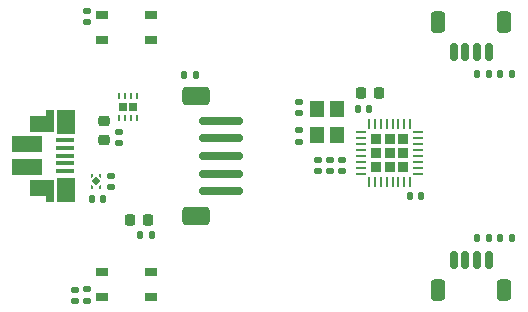
<source format=gbr>
%TF.GenerationSoftware,KiCad,Pcbnew,8.0.7*%
%TF.CreationDate,2025-01-26T16:55:51-08:00*%
%TF.ProjectId,servo-dev-board,73657276-6f2d-4646-9576-2d626f617264,rev?*%
%TF.SameCoordinates,Original*%
%TF.FileFunction,Paste,Top*%
%TF.FilePolarity,Positive*%
%FSLAX46Y46*%
G04 Gerber Fmt 4.6, Leading zero omitted, Abs format (unit mm)*
G04 Created by KiCad (PCBNEW 8.0.7) date 2025-01-26 16:55:51*
%MOMM*%
%LPD*%
G01*
G04 APERTURE LIST*
G04 Aperture macros list*
%AMRoundRect*
0 Rectangle with rounded corners*
0 $1 Rounding radius*
0 $2 $3 $4 $5 $6 $7 $8 $9 X,Y pos of 4 corners*
0 Add a 4 corners polygon primitive as box body*
4,1,4,$2,$3,$4,$5,$6,$7,$8,$9,$2,$3,0*
0 Add four circle primitives for the rounded corners*
1,1,$1+$1,$2,$3*
1,1,$1+$1,$4,$5*
1,1,$1+$1,$6,$7*
1,1,$1+$1,$8,$9*
0 Add four rect primitives between the rounded corners*
20,1,$1+$1,$2,$3,$4,$5,0*
20,1,$1+$1,$4,$5,$6,$7,0*
20,1,$1+$1,$6,$7,$8,$9,0*
20,1,$1+$1,$8,$9,$2,$3,0*%
%AMRotRect*
0 Rectangle, with rotation*
0 The origin of the aperture is its center*
0 $1 length*
0 $2 width*
0 $3 Rotation angle, in degrees counterclockwise*
0 Add horizontal line*
21,1,$1,$2,0,0,$3*%
%AMFreePoly0*
4,1,5,0.110000,-0.125000,-0.110000,-0.125000,-0.110000,0.125000,0.360000,0.125000,0.110000,-0.125000,0.110000,-0.125000,$1*%
%AMFreePoly1*
4,1,6,0.290000,-0.055000,0.290000,-0.125000,-0.110000,-0.125000,-0.110000,0.125000,0.110000,0.125000,0.290000,-0.055000,0.290000,-0.055000,$1*%
%AMFreePoly2*
4,1,7,0.110000,-0.125000,-0.110000,-0.125000,-0.290000,-0.125000,-0.290000,-0.055000,-0.110000,0.125000,0.110000,0.125000,0.110000,-0.125000,0.110000,-0.125000,$1*%
%AMFreePoly3*
4,1,6,0.110000,-0.125000,-0.110000,-0.125000,-0.290000,0.055000,-0.290000,0.125000,0.110000,0.125000,0.110000,-0.125000,0.110000,-0.125000,$1*%
G04 Aperture macros list end*
%ADD10RoundRect,0.225000X0.225000X0.250000X-0.225000X0.250000X-0.225000X-0.250000X0.225000X-0.250000X0*%
%ADD11RoundRect,0.232500X-0.232500X-0.232500X0.232500X-0.232500X0.232500X0.232500X-0.232500X0.232500X0*%
%ADD12RoundRect,0.062500X-0.375000X-0.062500X0.375000X-0.062500X0.375000X0.062500X-0.375000X0.062500X0*%
%ADD13RoundRect,0.062500X-0.062500X-0.375000X0.062500X-0.375000X0.062500X0.375000X-0.062500X0.375000X0*%
%ADD14RoundRect,0.140000X0.170000X-0.140000X0.170000X0.140000X-0.170000X0.140000X-0.170000X-0.140000X0*%
%ADD15RoundRect,0.135000X-0.135000X-0.185000X0.135000X-0.185000X0.135000X0.185000X-0.135000X0.185000X0*%
%ADD16R,1.050000X0.650000*%
%ADD17RoundRect,0.140000X0.140000X0.170000X-0.140000X0.170000X-0.140000X-0.170000X0.140000X-0.170000X0*%
%ADD18R,1.200000X1.400000*%
%ADD19RoundRect,0.175000X1.675000X-0.175000X1.675000X0.175000X-1.675000X0.175000X-1.675000X-0.175000X0*%
%ADD20RoundRect,0.250001X0.899999X-0.499999X0.899999X0.499999X-0.899999X0.499999X-0.899999X-0.499999X0*%
%ADD21R,1.650000X0.400000*%
%ADD22R,0.700000X1.825000*%
%ADD23R,1.500000X2.000000*%
%ADD24R,2.000000X1.350000*%
%ADD25R,2.500000X1.430000*%
%ADD26RoundRect,0.225000X0.250000X-0.225000X0.250000X0.225000X-0.250000X0.225000X-0.250000X-0.225000X0*%
%ADD27RoundRect,0.135000X0.135000X0.185000X-0.135000X0.185000X-0.135000X-0.185000X0.135000X-0.185000X0*%
%ADD28RoundRect,0.135000X0.185000X-0.135000X0.185000X0.135000X-0.185000X0.135000X-0.185000X-0.135000X0*%
%ADD29RoundRect,0.218750X-0.218750X-0.256250X0.218750X-0.256250X0.218750X0.256250X-0.218750X0.256250X0*%
%ADD30FreePoly0,90.000000*%
%ADD31FreePoly1,90.000000*%
%ADD32FreePoly2,90.000000*%
%ADD33FreePoly3,90.000000*%
%ADD34RotRect,0.480000X0.480000X135.000000*%
%ADD35RoundRect,0.147500X-0.172500X0.147500X-0.172500X-0.147500X0.172500X-0.147500X0.172500X0.147500X0*%
%ADD36R,0.650000X0.750000*%
%ADD37RoundRect,0.062500X-0.062500X0.187500X-0.062500X-0.187500X0.062500X-0.187500X0.062500X0.187500X0*%
%ADD38RoundRect,0.150000X0.150000X0.625000X-0.150000X0.625000X-0.150000X-0.625000X0.150000X-0.625000X0*%
%ADD39RoundRect,0.250000X0.350000X0.650000X-0.350000X0.650000X-0.350000X-0.650000X0.350000X-0.650000X0*%
%ADD40RoundRect,0.150000X-0.150000X-0.625000X0.150000X-0.625000X0.150000X0.625000X-0.150000X0.625000X0*%
%ADD41RoundRect,0.250000X-0.350000X-0.650000X0.350000X-0.650000X0.350000X0.650000X-0.350000X0.650000X0*%
%ADD42RoundRect,0.140000X-0.140000X-0.170000X0.140000X-0.170000X0.140000X0.170000X-0.140000X0.170000X0*%
G04 APERTURE END LIST*
D10*
%TO.C,C8*%
X147075000Y-95700000D03*
X145525000Y-95700000D03*
%TD*%
D11*
%TO.C,U3*%
X146800000Y-99587500D03*
X146800000Y-100737500D03*
X146800000Y-101887500D03*
X147950000Y-99587500D03*
X147950000Y-100737500D03*
X147950000Y-101887500D03*
X149100000Y-99587500D03*
X149100000Y-100737500D03*
X149100000Y-101887500D03*
D12*
X145512500Y-98987500D03*
X145512500Y-99487500D03*
X145512500Y-99987500D03*
X145512500Y-100487500D03*
X145512500Y-100987500D03*
X145512500Y-101487500D03*
X145512500Y-101987500D03*
X145512500Y-102487500D03*
D13*
X146200000Y-103175000D03*
X146700000Y-103175000D03*
X147200000Y-103175000D03*
X147700000Y-103175000D03*
X148200000Y-103175000D03*
X148700000Y-103175000D03*
X149200000Y-103175000D03*
X149700000Y-103175000D03*
D12*
X150387500Y-102487500D03*
X150387500Y-101987500D03*
X150387500Y-101487500D03*
X150387500Y-100987500D03*
X150387500Y-100487500D03*
X150387500Y-99987500D03*
X150387500Y-99487500D03*
X150387500Y-98987500D03*
D13*
X149700000Y-98300000D03*
X149200000Y-98300000D03*
X148700000Y-98300000D03*
X148200000Y-98300000D03*
X147700000Y-98300000D03*
X147200000Y-98300000D03*
X146700000Y-98300000D03*
X146200000Y-98300000D03*
%TD*%
D14*
%TO.C,C1*%
X125010000Y-99885000D03*
X125010000Y-98925000D03*
%TD*%
D15*
%TO.C,R7*%
X130555000Y-94100000D03*
X131575000Y-94100000D03*
%TD*%
D16*
%TO.C,SW1*%
X123625000Y-89050000D03*
X127775000Y-89050000D03*
X123625000Y-91200000D03*
X127775000Y-91200000D03*
%TD*%
D17*
%TO.C,C4*%
X123700000Y-104625000D03*
X122740000Y-104625000D03*
%TD*%
D14*
%TO.C,C10*%
X142900000Y-102272500D03*
X142900000Y-101312500D03*
%TD*%
D17*
%TO.C,C6*%
X146210000Y-97000000D03*
X145250000Y-97000000D03*
%TD*%
D14*
%TO.C,C5*%
X124400000Y-103630000D03*
X124400000Y-102670000D03*
%TD*%
D18*
%TO.C,Y1*%
X143500000Y-99200000D03*
X143500000Y-97000000D03*
X141800000Y-97000000D03*
X141800000Y-99200000D03*
%TD*%
D19*
%TO.C,J2*%
X133700000Y-104000000D03*
X133700000Y-102500000D03*
X133700000Y-101000000D03*
X133700000Y-99500000D03*
X133700000Y-98000000D03*
D20*
X131600000Y-106050000D03*
X131600000Y-95950000D03*
%TD*%
D21*
%TO.C,J1*%
X120430000Y-99675000D03*
X120430000Y-100325000D03*
X120430000Y-100975000D03*
X120430000Y-101625000D03*
X120430000Y-102275000D03*
D22*
X119230000Y-98025000D03*
D23*
X120530000Y-98125000D03*
D24*
X118480000Y-98245000D03*
D25*
X117280000Y-100015000D03*
X117280000Y-101935000D03*
D24*
X118480000Y-103725000D03*
D23*
X120550000Y-103875000D03*
D22*
X119230000Y-103975000D03*
%TD*%
D16*
%TO.C,SW2*%
X123625000Y-110800000D03*
X127775000Y-110800000D03*
X123625000Y-112950000D03*
X127775000Y-112950000D03*
%TD*%
D26*
%TO.C,C11*%
X123750000Y-99610000D03*
X123750000Y-98060000D03*
%TD*%
D27*
%TO.C,R4*%
X156400000Y-107900000D03*
X155380000Y-107900000D03*
%TD*%
D28*
%TO.C,R6*%
X122300000Y-113305000D03*
X122300000Y-112285000D03*
%TD*%
D29*
%TO.C,LED1*%
X125950000Y-106400000D03*
X127525000Y-106400000D03*
%TD*%
D30*
%TO.C,U2*%
X122750000Y-103680000D03*
D31*
X123400000Y-103680000D03*
D32*
X123400000Y-102600000D03*
D33*
X122750000Y-102600000D03*
D34*
X123075000Y-103140000D03*
%TD*%
D15*
%TO.C,R5*%
X126777500Y-107700000D03*
X127797500Y-107700000D03*
%TD*%
%TO.C,R3*%
X155380000Y-94050000D03*
X156400000Y-94050000D03*
%TD*%
D14*
%TO.C,CL2*%
X140250000Y-97390000D03*
X140250000Y-96430000D03*
%TD*%
D27*
%TO.C,R2*%
X158355000Y-94050000D03*
X157335000Y-94050000D03*
%TD*%
D35*
%TO.C,L1*%
X141900000Y-101312500D03*
X141900000Y-102282500D03*
%TD*%
D36*
%TO.C,U1*%
X126200000Y-96825000D03*
X125400000Y-96825000D03*
D37*
X126550000Y-95875000D03*
X126050000Y-95875000D03*
X125550000Y-95875000D03*
X125050000Y-95875000D03*
X125050000Y-97775000D03*
X125550000Y-97775000D03*
X126050000Y-97775000D03*
X126550000Y-97775000D03*
%TD*%
D38*
%TO.C,J4*%
X156375000Y-109775000D03*
X155375000Y-109775000D03*
X154375000Y-109775000D03*
X153375000Y-109775000D03*
D39*
X157675000Y-112300000D03*
X152075000Y-112300000D03*
%TD*%
D40*
%TO.C,J3*%
X153375000Y-92175000D03*
X154375000Y-92175000D03*
X155375000Y-92175000D03*
X156375000Y-92175000D03*
D41*
X152075000Y-89650000D03*
X157675000Y-89650000D03*
%TD*%
D42*
%TO.C,C7*%
X149690000Y-104400000D03*
X150650000Y-104400000D03*
%TD*%
D14*
%TO.C,CL1*%
X140250000Y-99770000D03*
X140250000Y-98810000D03*
%TD*%
%TO.C,C3*%
X121300000Y-113295000D03*
X121300000Y-112335000D03*
%TD*%
%TO.C,C2*%
X122300000Y-89665000D03*
X122300000Y-88705000D03*
%TD*%
%TO.C,C9*%
X143900000Y-102272500D03*
X143900000Y-101312500D03*
%TD*%
D15*
%TO.C,R1*%
X157335000Y-107900000D03*
X158355000Y-107900000D03*
%TD*%
M02*

</source>
